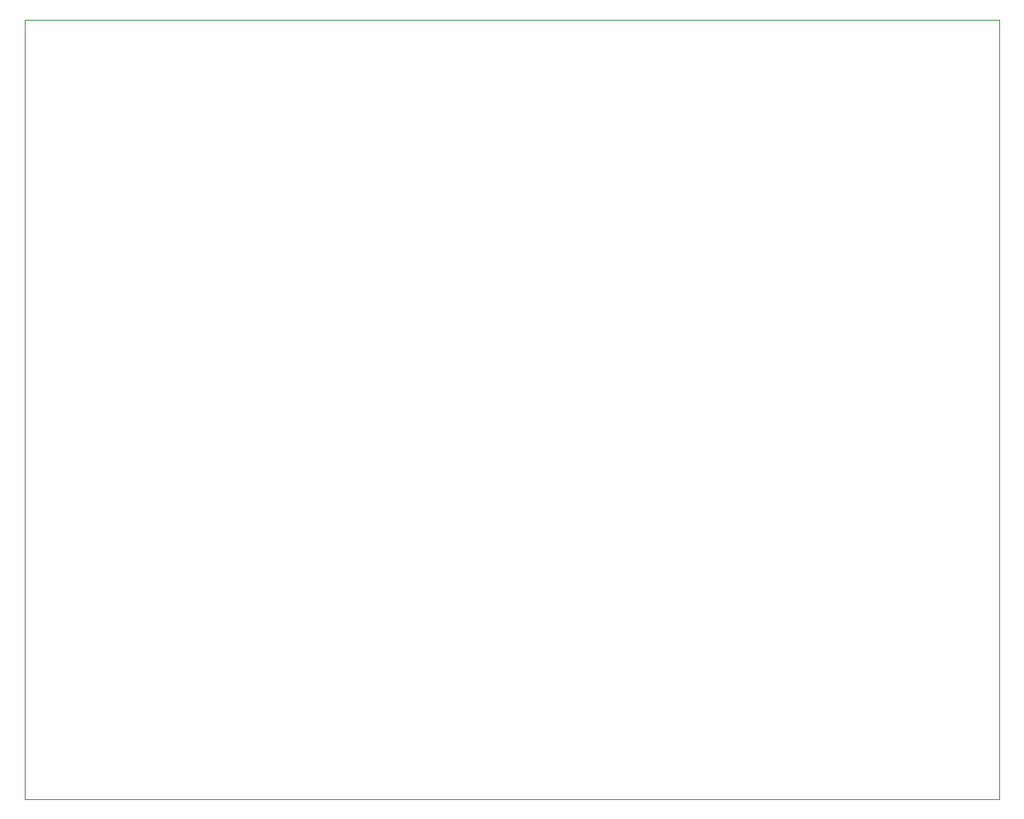
<source format=gm1>
%TF.GenerationSoftware,KiCad,Pcbnew,6.0.11-2627ca5db0~126~ubuntu22.04.1*%
%TF.CreationDate,2023-11-05T18:43:30+00:00*%
%TF.ProjectId,zx-spectrum-diagnostics,7a782d73-7065-4637-9472-756d2d646961,rev?*%
%TF.SameCoordinates,Original*%
%TF.FileFunction,Profile,NP*%
%FSLAX46Y46*%
G04 Gerber Fmt 4.6, Leading zero omitted, Abs format (unit mm)*
G04 Created by KiCad (PCBNEW 6.0.11-2627ca5db0~126~ubuntu22.04.1) date 2023-11-05 18:43:30*
%MOMM*%
%LPD*%
G01*
G04 APERTURE LIST*
%TA.AperFunction,Profile*%
%ADD10C,0.100000*%
%TD*%
G04 APERTURE END LIST*
D10*
X74700000Y-74174000D02*
X174610000Y-74174000D01*
X174610000Y-74174000D02*
X174610000Y-154050000D01*
X174610000Y-154050000D02*
X74700000Y-154050000D01*
X74700000Y-154050000D02*
X74700000Y-74174000D01*
M02*

</source>
